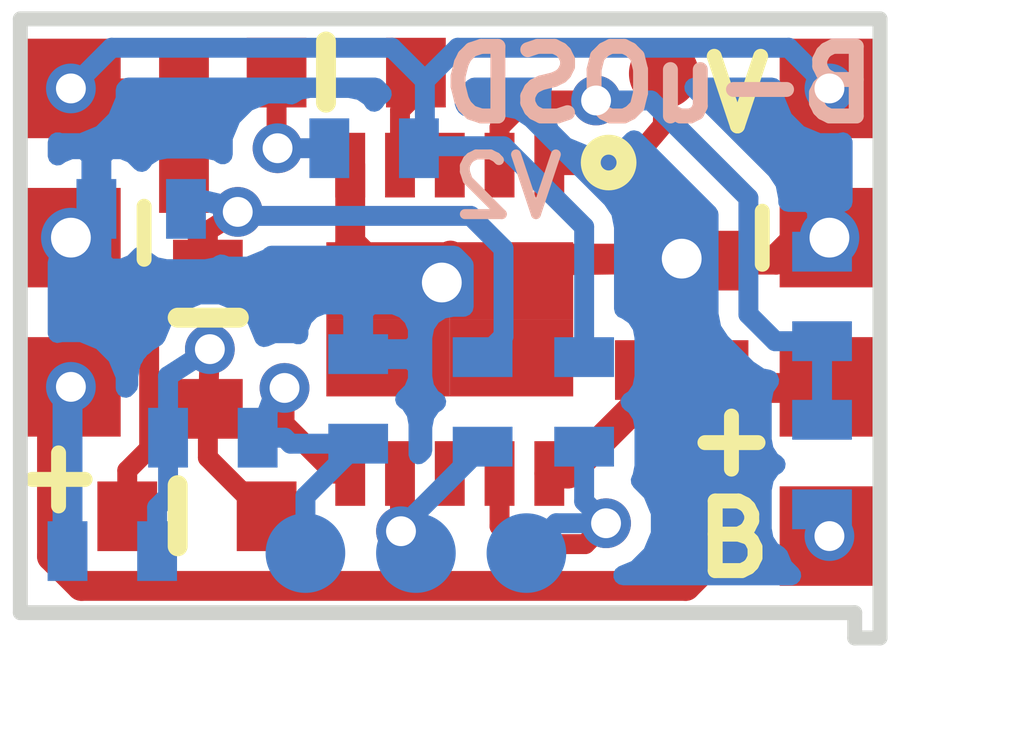
<source format=kicad_pcb>
(kicad_pcb (version 4) (host pcbnew 4.0.7)

  (general
    (links 40)
    (no_connects 2)
    (area 143.180999 110.414999 151.967001 116.788001)
    (thickness 0.8)
    (drawings 18)
    (tracks 150)
    (zones 0)
    (modules 22)
    (nets 14)
  )

  (page A4)
  (layers
    (0 F.Cu signal)
    (31 B.Cu signal)
    (32 B.Adhes user)
    (33 F.Adhes user)
    (34 B.Paste user)
    (35 F.Paste user)
    (36 B.SilkS user)
    (37 F.SilkS user)
    (38 B.Mask user)
    (39 F.Mask user)
    (40 Dwgs.User user)
    (41 Cmts.User user)
    (42 Eco1.User user)
    (43 Eco2.User user)
    (44 Edge.Cuts user)
    (45 Margin user)
    (46 B.CrtYd user hide)
    (47 F.CrtYd user hide)
    (48 B.Fab user hide)
    (49 F.Fab user hide)
  )

  (setup
    (last_trace_width 0.2)
    (user_trace_width 0.2)
    (trace_clearance 0.13)
    (zone_clearance 0.2)
    (zone_45_only no)
    (trace_min 0.13)
    (segment_width 0.2)
    (edge_width 0.15)
    (via_size 0.5)
    (via_drill 0.3)
    (via_min_size 0.4)
    (via_min_drill 0.3)
    (uvia_size 0.3)
    (uvia_drill 0.1)
    (uvias_allowed no)
    (uvia_min_size 0.2)
    (uvia_min_drill 0.1)
    (pcb_text_width 0.3)
    (pcb_text_size 1.5 1.5)
    (mod_edge_width 0.15)
    (mod_text_size 1 1)
    (mod_text_width 0.15)
    (pad_size 0.775 1.24)
    (pad_drill 0)
    (pad_to_mask_clearance 0.08)
    (aux_axis_origin 0 0)
    (visible_elements 7FFEFE7F)
    (pcbplotparams
      (layerselection 0x00030_80000001)
      (usegerberextensions false)
      (excludeedgelayer true)
      (linewidth 0.100000)
      (plotframeref false)
      (viasonmask false)
      (mode 1)
      (useauxorigin false)
      (hpglpennumber 1)
      (hpglpenspeed 20)
      (hpglpendiameter 15)
      (hpglpenoverlay 2)
      (psnegative false)
      (psa4output false)
      (plotreference true)
      (plotvalue true)
      (plotinvisibletext false)
      (padsonsilk false)
      (subtractmaskfromsilk false)
      (outputformat 1)
      (mirror false)
      (drillshape 1)
      (scaleselection 1)
      (outputdirectory ""))
  )

  (net 0 "")
  (net 1 GND)
  (net 2 VCC)
  (net 3 "Net-(C2-Pad1)")
  (net 4 VIDEO)
  (net 5 "Net-(D1-Pad1)")
  (net 6 "Net-(D1-Pad2)")
  (net 7 +BATT)
  (net 8 "Net-(R3-Pad2)")
  (net 9 "Net-(J3-Pad1)")
  (net 10 "Net-(J5-Pad1)")
  (net 11 "Net-(D2-Pad2)")
  (net 12 "Net-(J6-Pad1)")
  (net 13 "Net-(J4-Pad1)")

  (net_class Default "This is the default net class."
    (clearance 0.13)
    (trace_width 0.2)
    (via_dia 0.5)
    (via_drill 0.3)
    (uvia_dia 0.3)
    (uvia_drill 0.1)
    (add_net +BATT)
    (add_net "Net-(C2-Pad1)")
    (add_net "Net-(D1-Pad1)")
    (add_net "Net-(D1-Pad2)")
    (add_net "Net-(D2-Pad2)")
    (add_net "Net-(J4-Pad1)")
    (add_net "Net-(J6-Pad1)")
  )

  (net_class GND ""
    (clearance 0.12)
    (trace_width 0.3)
    (via_dia 0.6)
    (via_drill 0.4)
    (uvia_dia 0.3)
    (uvia_drill 0.1)
    (add_net GND)
  )

  (net_class ProgLine ""
    (clearance 0.13)
    (trace_width 0.2)
    (via_dia 0.5)
    (via_drill 0.3)
    (uvia_dia 0.3)
    (uvia_drill 0.1)
    (add_net "Net-(J3-Pad1)")
    (add_net "Net-(J5-Pad1)")
  )

  (net_class Thin ""
    (clearance 0.13)
    (trace_width 0.2)
    (via_dia 0.5)
    (via_drill 0.3)
    (uvia_dia 0.3)
    (uvia_drill 0.1)
    (add_net "Net-(R3-Pad2)")
    (add_net VIDEO)
  )

  (net_class VCC ""
    (clearance 0.13)
    (trace_width 0.3)
    (via_dia 0.5)
    (via_drill 0.3)
    (uvia_dia 0.3)
    (uvia_drill 0.1)
    (add_net VCC)
  )

  (module Diodes_SMD:D_SOD-523 (layer F.Cu) (tedit 5A1D7AC5) (tstamp 5A1D5D91)
    (at 145.03 115.49)
    (descr "http://www.diodes.com/datasheets/ap02001.pdf p.144")
    (tags "Diode SOD523")
    (path /5A1D5CBB)
    (attr smd)
    (fp_text reference D3 (at 0 -1.3) (layer F.SilkS) hide
      (effects (font (size 1 1) (thickness 0.15)))
    )
    (fp_text value 1N4148WT (at 0 1.4) (layer F.Fab)
      (effects (font (size 1 1) (thickness 0.15)))
    )
    (fp_line (start 1.25 -0.7) (end 1.25 0.7) (layer F.CrtYd) (width 0.05))
    (fp_line (start -1.25 -0.7) (end 1.25 -0.7) (layer F.CrtYd) (width 0.05))
    (fp_line (start -1.25 0.7) (end -1.25 -0.7) (layer F.CrtYd) (width 0.05))
    (fp_line (start 1.25 0.7) (end -1.25 0.7) (layer F.CrtYd) (width 0.05))
    (fp_line (start 0.1 0) (end 0.25 0) (layer F.Fab) (width 0.1))
    (fp_line (start 0.1 -0.2) (end -0.2 0) (layer F.Fab) (width 0.1))
    (fp_line (start 0.1 0.2) (end 0.1 -0.2) (layer F.Fab) (width 0.1))
    (fp_line (start -0.2 0) (end 0.1 0.2) (layer F.Fab) (width 0.1))
    (fp_line (start -0.2 0) (end -0.35 0) (layer F.Fab) (width 0.1))
    (fp_line (start -0.2 0.2) (end -0.2 -0.2) (layer F.Fab) (width 0.1))
    (fp_line (start 0.65 -0.45) (end 0.65 0.45) (layer F.Fab) (width 0.1))
    (fp_line (start -0.65 -0.45) (end 0.65 -0.45) (layer F.Fab) (width 0.1))
    (fp_line (start -0.65 0.45) (end -0.65 -0.45) (layer F.Fab) (width 0.1))
    (fp_line (start 0.65 0.45) (end -0.65 0.45) (layer F.Fab) (width 0.1))
    (pad 2 smd rect (at 0.7 0 180) (size 0.6 0.7) (layers F.Cu F.Paste F.Mask)
      (net 11 "Net-(D2-Pad2)"))
    (pad 1 smd rect (at -0.7 0 180) (size 0.6 0.7) (layers F.Cu F.Paste F.Mask)
      (net 1 GND))
    (model ${KISYS3DMOD}/Diodes_SMD.3dshapes/D_SOD-523.wrl
      (at (xyz 0 0 0))
      (scale (xyz 1 1 1))
      (rotate (xyz 0 0 0))
    )
  )

  (module Diodes_SMD:D_SOD-523 (layer F.Cu) (tedit 5A1D7AB4) (tstamp 5A1D5D79)
    (at 145.14 113.71 270)
    (descr "http://www.diodes.com/datasheets/ap02001.pdf p.144")
    (tags "Diode SOD523")
    (path /5A1D5B6A)
    (attr smd)
    (fp_text reference D2 (at 0 -1.3 270) (layer F.SilkS) hide
      (effects (font (size 1 1) (thickness 0.15)))
    )
    (fp_text value 1N4148WT (at 0 1.4 270) (layer F.Fab)
      (effects (font (size 1 1) (thickness 0.15)))
    )
    (fp_line (start 1.25 -0.7) (end 1.25 0.7) (layer F.CrtYd) (width 0.05))
    (fp_line (start -1.25 -0.7) (end 1.25 -0.7) (layer F.CrtYd) (width 0.05))
    (fp_line (start -1.25 0.7) (end -1.25 -0.7) (layer F.CrtYd) (width 0.05))
    (fp_line (start 1.25 0.7) (end -1.25 0.7) (layer F.CrtYd) (width 0.05))
    (fp_line (start 0.1 0) (end 0.25 0) (layer F.Fab) (width 0.1))
    (fp_line (start 0.1 -0.2) (end -0.2 0) (layer F.Fab) (width 0.1))
    (fp_line (start 0.1 0.2) (end 0.1 -0.2) (layer F.Fab) (width 0.1))
    (fp_line (start -0.2 0) (end 0.1 0.2) (layer F.Fab) (width 0.1))
    (fp_line (start -0.2 0) (end -0.35 0) (layer F.Fab) (width 0.1))
    (fp_line (start -0.2 0.2) (end -0.2 -0.2) (layer F.Fab) (width 0.1))
    (fp_line (start 0.65 -0.45) (end 0.65 0.45) (layer F.Fab) (width 0.1))
    (fp_line (start -0.65 -0.45) (end 0.65 -0.45) (layer F.Fab) (width 0.1))
    (fp_line (start -0.65 0.45) (end -0.65 -0.45) (layer F.Fab) (width 0.1))
    (fp_line (start 0.65 0.45) (end -0.65 0.45) (layer F.Fab) (width 0.1))
    (pad 2 smd rect (at 0.7 0 90) (size 0.6 0.7) (layers F.Cu F.Paste F.Mask)
      (net 11 "Net-(D2-Pad2)"))
    (pad 1 smd rect (at -0.7 0 90) (size 0.6 0.7) (layers F.Cu F.Paste F.Mask)
      (net 3 "Net-(C2-Pad1)"))
    (model ${KISYS3DMOD}/Diodes_SMD.3dshapes/D_SOD-523.wrl
      (at (xyz 0 0 0))
      (scale (xyz 1 1 1))
      (rotate (xyz 0 0 0))
    )
  )

  (module .pretty:4pin_SMD_small (layer F.Cu) (tedit 5A1D67AF) (tstamp 5931280F)
    (at 143.764 115.189 90)
    (path /593152FB)
    (fp_text reference J2 (at 1.27 2.54 90) (layer F.SilkS) hide
      (effects (font (size 1 1) (thickness 0.15)))
    )
    (fp_text value VTX (at 1.27 -2.54 90) (layer F.Fab) hide
      (effects (font (size 1 1) (thickness 0.15)))
    )
    (pad 4 smd rect (at 4 0 90) (size 1 1) (layers F.Cu F.Paste F.Mask)
      (net 4 VIDEO))
    (pad 3 smd rect (at 2.5 0 90) (size 1 1) (layers F.Cu F.Paste F.Mask)
      (net 1 GND))
    (pad 2 smd rect (at 1 0 90) (size 1 1) (layers F.Cu F.Paste F.Mask)
      (net 2 VCC))
  )

  (module .pretty:Prog_pad (layer B.Cu) (tedit 5A1D66EF) (tstamp 5A1D5D96)
    (at 146.12 115.86)
    (path /5A1D7CD1)
    (fp_text reference J6 (at 0.75 -1.5) (layer B.SilkS) hide
      (effects (font (size 1 1) (thickness 0.15)) (justify mirror))
    )
    (fp_text value MOSI (at 0 1.75) (layer B.Fab) hide
      (effects (font (size 1 1) (thickness 0.15)) (justify mirror))
    )
    (pad 1 smd circle (at 0 0) (size 0.8 0.8) (layers B.Cu B.Paste B.Mask)
      (net 12 "Net-(J6-Pad1)"))
  )

  (module D_SOD-523 (layer F.Cu) (tedit 59317AB2) (tstamp 593127FF)
    (at 146.53 111.03)
    (descr "http://www.diodes.com/datasheets/ap02001.pdf p.144")
    (tags "Diode SOD523")
    (path /593139FC)
    (attr smd)
    (fp_text reference D1 (at 0 -1.3) (layer F.SilkS) hide
      (effects (font (size 1 1) (thickness 0.15)))
    )
    (fp_text value 1N4148WT (at 0 1.4) (layer F.Fab)
      (effects (font (size 1 1) (thickness 0.15)))
    )
    (fp_text user %R (at 0 -1.3) (layer F.Fab) hide
      (effects (font (size 1 1) (thickness 0.15)))
    )
    (fp_line (start 1.25 -0.7) (end 1.25 0.7) (layer F.CrtYd) (width 0.05))
    (fp_line (start -1.25 -0.7) (end 1.25 -0.7) (layer F.CrtYd) (width 0.05))
    (fp_line (start -1.25 0.7) (end -1.25 -0.7) (layer F.CrtYd) (width 0.05))
    (fp_line (start 1.25 0.7) (end -1.25 0.7) (layer F.CrtYd) (width 0.05))
    (fp_line (start 0.1 0) (end 0.25 0) (layer F.Fab) (width 0.1))
    (fp_line (start 0.1 -0.2) (end -0.2 0) (layer F.Fab) (width 0.1))
    (fp_line (start 0.1 0.2) (end 0.1 -0.2) (layer F.Fab) (width 0.1))
    (fp_line (start -0.2 0) (end 0.1 0.2) (layer F.Fab) (width 0.1))
    (fp_line (start -0.2 0) (end -0.35 0) (layer F.Fab) (width 0.1))
    (fp_line (start -0.2 0.2) (end -0.2 -0.2) (layer F.Fab) (width 0.1))
    (fp_line (start 0.65 -0.45) (end 0.65 0.45) (layer F.Fab) (width 0.1))
    (fp_line (start -0.65 -0.45) (end 0.65 -0.45) (layer F.Fab) (width 0.1))
    (fp_line (start -0.65 0.45) (end -0.65 -0.45) (layer F.Fab) (width 0.1))
    (fp_line (start 0.65 0.45) (end -0.65 0.45) (layer F.Fab) (width 0.1))
    (pad 2 smd rect (at 0.7 0 180) (size 0.6 0.7) (layers F.Cu F.Paste F.Mask)
      (net 6 "Net-(D1-Pad2)"))
    (pad 1 smd rect (at -0.7 0 180) (size 0.6 0.7) (layers F.Cu F.Paste F.Mask)
      (net 5 "Net-(D1-Pad1)"))
    (model ${KISYS3DMOD}/Diodes_SMD.3dshapes/D_SOD-523.wrl
      (at (xyz 0 0 0))
      (scale (xyz 1 1 1))
      (rotate (xyz 0 0 0))
    )
  )

  (module DFN-10-1EP_3x3mm_Pitch0.5mm (layer F.Cu) (tedit 5A1D6318) (tstamp 593128AB)
    (at 147.57 113.51 270)
    (descr "10-Lead Plastic Dual Flat, No Lead Package (MF) - 3x3x0.9 mm Body [DFN] (see Microchip Packaging Specification 00000049BS.pdf)")
    (tags "DFN 0.5")
    (path /593115E4)
    (attr smd)
    (fp_text reference U2 (at 0 -2.575 270) (layer F.SilkS) hide
      (effects (font (size 1 1) (thickness 0.15)))
    )
    (fp_text value ATTINY13A-MMU (at 0 2.575 270) (layer F.Fab)
      (effects (font (size 1 1) (thickness 0.15)))
    )
    (fp_line (start -0.5 -1.5) (end 1.5 -1.5) (layer F.Fab) (width 0.15))
    (fp_line (start 1.5 -1.5) (end 1.5 1.5) (layer F.Fab) (width 0.15))
    (fp_line (start 1.5 1.5) (end -1.5 1.5) (layer F.Fab) (width 0.15))
    (fp_line (start -1.5 1.5) (end -1.5 -0.5) (layer F.Fab) (width 0.15))
    (fp_line (start -1.5 -0.5) (end -0.5 -1.5) (layer F.Fab) (width 0.15))
    (fp_line (start -2.15 -1.85) (end -2.15 1.85) (layer F.CrtYd) (width 0.05))
    (fp_line (start 2.15 -1.85) (end 2.15 1.85) (layer F.CrtYd) (width 0.05))
    (fp_line (start -2.15 -1.85) (end 2.15 -1.85) (layer F.CrtYd) (width 0.05))
    (fp_line (start -2.15 1.85) (end 2.15 1.85) (layer F.CrtYd) (width 0.05))
    (pad 1 smd rect (at -1.55 -1 270) (size 0.65 0.3) (layers F.Cu F.Paste F.Mask)
      (net 9 "Net-(J3-Pad1)"))
    (pad 2 smd rect (at -1.55 -0.5 270) (size 0.65 0.3) (layers F.Cu F.Paste F.Mask)
      (net 8 "Net-(R3-Pad2)"))
    (pad 3 smd rect (at -1.55 0 270) (size 0.65 0.3) (layers F.Cu F.Paste F.Mask))
    (pad 4 smd rect (at -1.55 0.5 270) (size 0.65 0.3) (layers F.Cu F.Paste F.Mask)
      (net 6 "Net-(D1-Pad2)"))
    (pad 5 smd rect (at -1.55 1 270) (size 0.65 0.3) (layers F.Cu F.Paste F.Mask)
      (net 1 GND))
    (pad 6 smd rect (at 1.55 1 270) (size 0.65 0.3) (layers F.Cu F.Paste F.Mask)
      (net 12 "Net-(J6-Pad1)"))
    (pad 7 smd rect (at 1.55 0.5 270) (size 0.65 0.3) (layers F.Cu F.Paste F.Mask)
      (net 13 "Net-(J4-Pad1)"))
    (pad 8 smd rect (at 1.55 0 270) (size 0.65 0.3) (layers F.Cu F.Paste F.Mask))
    (pad 9 smd rect (at 1.55 -0.5 270) (size 0.65 0.3) (layers F.Cu F.Paste F.Mask)
      (net 10 "Net-(J5-Pad1)"))
    (pad 10 smd rect (at 1.55 -1 270) (size 0.65 0.3) (layers F.Cu F.Paste F.Mask)
      (net 2 VCC))
    (pad 5 smd rect (at 0.3875 0.62 270) (size 0.775 1.24) (layers F.Cu F.Paste F.Mask)
      (net 1 GND) (solder_paste_margin_ratio -0.2))
    (pad 5 smd rect (at 0.3875 -0.62 270) (size 0.775 1.24) (layers F.Cu F.Paste F.Mask)
      (net 1 GND) (solder_paste_margin_ratio -0.2))
    (pad 5 smd rect (at -0.3875 0.62 270) (size 0.775 1.24) (layers F.Cu F.Paste F.Mask)
      (net 1 GND) (solder_paste_margin_ratio -0.2))
    (pad 5 smd rect (at -0.3875 -0.62 270) (size 0.775 1.24) (layers F.Cu F.Paste F.Mask)
      (net 1 GND) (solder_paste_margin_ratio -0.2))
    (model Housings_DFN_QFN.3dshapes/DFN-10-1EP_3x3mm_Pitch0.5mm.wrl
      (at (xyz 0 0 0))
      (scale (xyz 1 1 1))
      (rotate (xyz 0 0 0))
    )
  )

  (module 4pin_SMD_small (layer F.Cu) (tedit 5931896A) (tstamp 59312807)
    (at 151.384 115.189 90)
    (path /59315140)
    (fp_text reference J1 (at 1.27 2.54 90) (layer F.SilkS) hide
      (effects (font (size 1 1) (thickness 0.15)))
    )
    (fp_text value Camera (at 1.27 -2.54 90) (layer F.Fab) hide
      (effects (font (size 1 1) (thickness 0.15)))
    )
    (pad 4 smd rect (at 4 0 90) (size 1 1) (layers F.Cu F.Paste F.Mask)
      (net 4 VIDEO))
    (pad 3 smd rect (at 2.5 0 90) (size 1 1) (layers F.Cu F.Paste F.Mask)
      (net 1 GND))
    (pad 2 smd rect (at 1 0 90) (size 1 1) (layers F.Cu F.Paste F.Mask)
      (net 2 VCC))
    (pad 1 smd rect (at -0.5 0 90) (size 1 1) (layers F.Cu F.Paste F.Mask)
      (net 7 +BATT))
  )

  (module Prog_pad (layer F.Cu) (tedit 5938F6E1) (tstamp 593178F5)
    (at 149.72 111.04)
    (path /5931B806)
    (fp_text reference J3 (at 0.75 1.5) (layer F.SilkS) hide
      (effects (font (size 1 1) (thickness 0.15)))
    )
    (fp_text value RST (at 0 -1.75) (layer F.Fab) hide
      (effects (font (size 1 1) (thickness 0.15)))
    )
    (pad 1 smd circle (at 0 0) (size 0.7 0.7) (layers F.Cu F.Paste F.Mask)
      (net 9 "Net-(J3-Pad1)") (solder_mask_margin 0.02))
  )

  (module Capacitors_SMD:C_0402_NoSilk (layer F.Cu) (tedit 59314D84) (tstamp 593127C6)
    (at 144.9 111.59 90)
    (descr "Capacitor SMD 0402, reflow soldering, AVX (see smccp.pdf)")
    (tags "capacitor 0402")
    (path /593126E9)
    (attr smd)
    (fp_text reference C2 (at 0 -1.27 90) (layer F.SilkS) hide
      (effects (font (size 1 1) (thickness 0.15)))
    )
    (fp_text value 100n (at 0 1.27 90) (layer F.Fab) hide
      (effects (font (size 1 1) (thickness 0.15)))
    )
    (fp_text user %R (at 0 -1.27 90) (layer F.Fab) hide
      (effects (font (size 1 1) (thickness 0.15)))
    )
    (fp_line (start -0.5 0.25) (end -0.5 -0.25) (layer F.Fab) (width 0.1))
    (fp_line (start 0.5 0.25) (end -0.5 0.25) (layer F.Fab) (width 0.1))
    (fp_line (start 0.5 -0.25) (end 0.5 0.25) (layer F.Fab) (width 0.1))
    (fp_line (start -0.5 -0.25) (end 0.5 -0.25) (layer F.Fab) (width 0.1))
    (fp_line (start -1 -0.4) (end 1 -0.4) (layer F.CrtYd) (width 0.05))
    (fp_line (start -1 -0.4) (end -1 0.4) (layer F.CrtYd) (width 0.05))
    (fp_line (start 1 0.4) (end 1 -0.4) (layer F.CrtYd) (width 0.05))
    (fp_line (start 1 0.4) (end -1 0.4) (layer F.CrtYd) (width 0.05))
    (pad 1 smd rect (at -0.55 0 90) (size 0.6 0.5) (layers F.Cu F.Paste F.Mask)
      (net 3 "Net-(C2-Pad1)"))
    (pad 2 smd rect (at 0.55 0 90) (size 0.6 0.5) (layers F.Cu F.Paste F.Mask)
      (net 4 VIDEO))
    (model Capacitors_SMD.3dshapes/C_0402.wrl
      (at (xyz 0 0 0))
      (scale (xyz 1 1 1))
      (rotate (xyz 0 0 0))
    )
  )

  (module Capacitors_SMD:C_0402_NoSilk (layer F.Cu) (tedit 59316C49) (tstamp 593127E6)
    (at 150.32 113.47 90)
    (descr "Capacitor SMD 0402, reflow soldering, AVX (see smccp.pdf)")
    (tags "capacitor 0402")
    (path /59317458)
    (attr smd)
    (fp_text reference C4 (at 0 -1.27 90) (layer F.SilkS) hide
      (effects (font (size 1 1) (thickness 0.15)))
    )
    (fp_text value 100n (at 0 1.27 90) (layer F.Fab)
      (effects (font (size 1 1) (thickness 0.15)))
    )
    (fp_text user %R (at 0 -1.27 90) (layer F.Fab)
      (effects (font (size 1 1) (thickness 0.15)))
    )
    (fp_line (start -0.5 0.25) (end -0.5 -0.25) (layer F.Fab) (width 0.1))
    (fp_line (start 0.5 0.25) (end -0.5 0.25) (layer F.Fab) (width 0.1))
    (fp_line (start 0.5 -0.25) (end 0.5 0.25) (layer F.Fab) (width 0.1))
    (fp_line (start -0.5 -0.25) (end 0.5 -0.25) (layer F.Fab) (width 0.1))
    (fp_line (start -1 -0.4) (end 1 -0.4) (layer F.CrtYd) (width 0.05))
    (fp_line (start -1 -0.4) (end -1 0.4) (layer F.CrtYd) (width 0.05))
    (fp_line (start 1 0.4) (end 1 -0.4) (layer F.CrtYd) (width 0.05))
    (fp_line (start 1 0.4) (end -1 0.4) (layer F.CrtYd) (width 0.05))
    (pad 1 smd rect (at -0.55 0 90) (size 0.6 0.5) (layers F.Cu F.Paste F.Mask)
      (net 2 VCC))
    (pad 2 smd rect (at 0.55 0 90) (size 0.6 0.5) (layers F.Cu F.Paste F.Mask)
      (net 1 GND))
    (model Capacitors_SMD.3dshapes/C_0402.wrl
      (at (xyz 0 0 0))
      (scale (xyz 1 1 1))
      (rotate (xyz 0 0 0))
    )
  )

  (module Resistors_SMD:R_0402_NoSilk (layer B.Cu) (tedit 59314DA3) (tstamp 5931281E)
    (at 148.92 114.34 270)
    (descr "Resistor SMD 0402, reflow soldering, Vishay (see dcrcw.pdf)")
    (tags "resistor 0402")
    (path /5A1D8150)
    (attr smd)
    (fp_text reference R1 (at 0 1.2 270) (layer B.SilkS) hide
      (effects (font (size 1 1) (thickness 0.15)) (justify mirror))
    )
    (fp_text value 220 (at 0 -1.25 270) (layer B.Fab) hide
      (effects (font (size 1 1) (thickness 0.15)) (justify mirror))
    )
    (fp_text user %R (at 0 1.2 270) (layer B.Fab) hide
      (effects (font (size 1 1) (thickness 0.15)) (justify mirror))
    )
    (fp_line (start -0.5 -0.25) (end -0.5 0.25) (layer B.Fab) (width 0.1))
    (fp_line (start 0.5 -0.25) (end -0.5 -0.25) (layer B.Fab) (width 0.1))
    (fp_line (start 0.5 0.25) (end 0.5 -0.25) (layer B.Fab) (width 0.1))
    (fp_line (start -0.5 0.25) (end 0.5 0.25) (layer B.Fab) (width 0.1))
    (fp_line (start -0.8 0.45) (end 0.8 0.45) (layer B.CrtYd) (width 0.05))
    (fp_line (start -0.8 0.45) (end -0.8 -0.45) (layer B.CrtYd) (width 0.05))
    (fp_line (start 0.8 -0.45) (end 0.8 0.45) (layer B.CrtYd) (width 0.05))
    (fp_line (start 0.8 -0.45) (end -0.8 -0.45) (layer B.CrtYd) (width 0.05))
    (pad 1 smd rect (at -0.45 0 270) (size 0.4 0.6) (layers B.Cu B.Paste B.Mask)
      (net 4 VIDEO))
    (pad 2 smd rect (at 0.45 0 270) (size 0.4 0.6) (layers B.Cu B.Paste B.Mask)
      (net 10 "Net-(J5-Pad1)"))
    (model ${KISYS3DMOD}/Resistors_SMD.3dshapes/R_0402.wrl
      (at (xyz 0 0 0))
      (scale (xyz 1 1 1))
      (rotate (xyz 0 0 0))
    )
  )

  (module Resistors_SMD:R_0402_NoSilk (layer B.Cu) (tedit 597EF9EE) (tstamp 5931282D)
    (at 146.81 111.79)
    (descr "Resistor SMD 0402, reflow soldering, Vishay (see dcrcw.pdf)")
    (tags "resistor 0402")
    (path /59313E97)
    (attr smd)
    (fp_text reference R2 (at 0 1.2) (layer B.SilkS) hide
      (effects (font (size 1 1) (thickness 0.15)) (justify mirror))
    )
    (fp_text value 220 (at 0 -1.25) (layer B.Fab) hide
      (effects (font (size 1 1) (thickness 0.15)) (justify mirror))
    )
    (fp_text user %R (at 0 1.2) (layer B.Fab) hide
      (effects (font (size 1 1) (thickness 0.15)) (justify mirror))
    )
    (fp_line (start -0.5 -0.25) (end -0.5 0.25) (layer B.Fab) (width 0.1))
    (fp_line (start 0.5 -0.25) (end -0.5 -0.25) (layer B.Fab) (width 0.1))
    (fp_line (start 0.5 0.25) (end 0.5 -0.25) (layer B.Fab) (width 0.1))
    (fp_line (start -0.5 0.25) (end 0.5 0.25) (layer B.Fab) (width 0.1))
    (fp_line (start -0.8 0.45) (end 0.8 0.45) (layer B.CrtYd) (width 0.05))
    (fp_line (start -0.8 0.45) (end -0.8 -0.45) (layer B.CrtYd) (width 0.05))
    (fp_line (start 0.8 -0.45) (end 0.8 0.45) (layer B.CrtYd) (width 0.05))
    (fp_line (start 0.8 -0.45) (end -0.8 -0.45) (layer B.CrtYd) (width 0.05))
    (pad 1 smd rect (at -0.45 0) (size 0.4 0.6) (layers B.Cu B.Paste B.Mask)
      (net 5 "Net-(D1-Pad1)"))
    (pad 2 smd rect (at 0.45 0) (size 0.4 0.6) (layers B.Cu B.Paste B.Mask)
      (net 4 VIDEO))
    (model ${KISYS3DMOD}/Resistors_SMD.3dshapes/R_0402.wrl
      (at (xyz 0 0 0))
      (scale (xyz 1 1 1))
      (rotate (xyz 0 0 0))
    )
  )

  (module Resistors_SMD:R_0402_NoSilk (layer B.Cu) (tedit 59316C65) (tstamp 5931283C)
    (at 151.31 114.97 90)
    (descr "Resistor SMD 0402, reflow soldering, Vishay (see dcrcw.pdf)")
    (tags "resistor 0402")
    (path /5931457B)
    (attr smd)
    (fp_text reference R3 (at 0 1.2 90) (layer B.SilkS) hide
      (effects (font (size 1 1) (thickness 0.15)) (justify mirror))
    )
    (fp_text value 15K (at 0 -1.25 90) (layer B.Fab)
      (effects (font (size 1 1) (thickness 0.15)) (justify mirror))
    )
    (fp_text user %R (at 0 1.2 90) (layer B.Fab)
      (effects (font (size 1 1) (thickness 0.15)) (justify mirror))
    )
    (fp_line (start -0.5 -0.25) (end -0.5 0.25) (layer B.Fab) (width 0.1))
    (fp_line (start 0.5 -0.25) (end -0.5 -0.25) (layer B.Fab) (width 0.1))
    (fp_line (start 0.5 0.25) (end 0.5 -0.25) (layer B.Fab) (width 0.1))
    (fp_line (start -0.5 0.25) (end 0.5 0.25) (layer B.Fab) (width 0.1))
    (fp_line (start -0.8 0.45) (end 0.8 0.45) (layer B.CrtYd) (width 0.05))
    (fp_line (start -0.8 0.45) (end -0.8 -0.45) (layer B.CrtYd) (width 0.05))
    (fp_line (start 0.8 -0.45) (end 0.8 0.45) (layer B.CrtYd) (width 0.05))
    (fp_line (start 0.8 -0.45) (end -0.8 -0.45) (layer B.CrtYd) (width 0.05))
    (pad 1 smd rect (at -0.45 0 90) (size 0.4 0.6) (layers B.Cu B.Paste B.Mask)
      (net 7 +BATT))
    (pad 2 smd rect (at 0.45 0 90) (size 0.4 0.6) (layers B.Cu B.Paste B.Mask)
      (net 8 "Net-(R3-Pad2)"))
    (model ${KISYS3DMOD}/Resistors_SMD.3dshapes/R_0402.wrl
      (at (xyz 0 0 0))
      (scale (xyz 1 1 1))
      (rotate (xyz 0 0 0))
    )
  )

  (module Resistors_SMD:R_0402_NoSilk (layer B.Cu) (tedit 59316C5A) (tstamp 5931284B)
    (at 151.31 113.28 90)
    (descr "Resistor SMD 0402, reflow soldering, Vishay (see dcrcw.pdf)")
    (tags "resistor 0402")
    (path /59314710)
    (attr smd)
    (fp_text reference R4 (at 0 1.2 90) (layer B.SilkS) hide
      (effects (font (size 1 1) (thickness 0.15)) (justify mirror))
    )
    (fp_text value 1K (at 0 -1.25 90) (layer B.Fab)
      (effects (font (size 1 1) (thickness 0.15)) (justify mirror))
    )
    (fp_text user %R (at 0 1.2 90) (layer B.Fab)
      (effects (font (size 1 1) (thickness 0.15)) (justify mirror))
    )
    (fp_line (start -0.5 -0.25) (end -0.5 0.25) (layer B.Fab) (width 0.1))
    (fp_line (start 0.5 -0.25) (end -0.5 -0.25) (layer B.Fab) (width 0.1))
    (fp_line (start 0.5 0.25) (end 0.5 -0.25) (layer B.Fab) (width 0.1))
    (fp_line (start -0.5 0.25) (end 0.5 0.25) (layer B.Fab) (width 0.1))
    (fp_line (start -0.8 0.45) (end 0.8 0.45) (layer B.CrtYd) (width 0.05))
    (fp_line (start -0.8 0.45) (end -0.8 -0.45) (layer B.CrtYd) (width 0.05))
    (fp_line (start 0.8 -0.45) (end 0.8 0.45) (layer B.CrtYd) (width 0.05))
    (fp_line (start 0.8 -0.45) (end -0.8 -0.45) (layer B.CrtYd) (width 0.05))
    (pad 1 smd rect (at -0.45 0 90) (size 0.4 0.6) (layers B.Cu B.Paste B.Mask)
      (net 8 "Net-(R3-Pad2)"))
    (pad 2 smd rect (at 0.45 0 90) (size 0.4 0.6) (layers B.Cu B.Paste B.Mask)
      (net 1 GND))
    (model ${KISYS3DMOD}/Resistors_SMD.3dshapes/R_0402.wrl
      (at (xyz 0 0 0))
      (scale (xyz 1 1 1))
      (rotate (xyz 0 0 0))
    )
  )

  (module Resistors_SMD:R_0402_NoSilk (layer B.Cu) (tedit 597EF9D9) (tstamp 59312869)
    (at 144.18 115.84)
    (descr "Resistor SMD 0402, reflow soldering, Vishay (see dcrcw.pdf)")
    (tags "resistor 0402")
    (path /5A1D5F83)
    (attr smd)
    (fp_text reference R6 (at 0 1.2) (layer B.SilkS) hide
      (effects (font (size 1 1) (thickness 0.15)) (justify mirror))
    )
    (fp_text value 10K (at 0 -1.25) (layer B.Fab)
      (effects (font (size 1 1) (thickness 0.15)) (justify mirror))
    )
    (fp_text user %R (at 0 1.2) (layer B.Fab)
      (effects (font (size 1 1) (thickness 0.15)) (justify mirror))
    )
    (fp_line (start -0.5 -0.25) (end -0.5 0.25) (layer B.Fab) (width 0.1))
    (fp_line (start 0.5 -0.25) (end -0.5 -0.25) (layer B.Fab) (width 0.1))
    (fp_line (start 0.5 0.25) (end 0.5 -0.25) (layer B.Fab) (width 0.1))
    (fp_line (start -0.5 0.25) (end 0.5 0.25) (layer B.Fab) (width 0.1))
    (fp_line (start -0.8 0.45) (end 0.8 0.45) (layer B.CrtYd) (width 0.05))
    (fp_line (start -0.8 0.45) (end -0.8 -0.45) (layer B.CrtYd) (width 0.05))
    (fp_line (start 0.8 -0.45) (end 0.8 0.45) (layer B.CrtYd) (width 0.05))
    (fp_line (start 0.8 -0.45) (end -0.8 -0.45) (layer B.CrtYd) (width 0.05))
    (pad 1 smd rect (at -0.45 0) (size 0.4 0.6) (layers B.Cu B.Paste B.Mask)
      (net 2 VCC))
    (pad 2 smd rect (at 0.45 0) (size 0.4 0.6) (layers B.Cu B.Paste B.Mask)
      (net 11 "Net-(D2-Pad2)"))
    (model ${KISYS3DMOD}/Resistors_SMD.3dshapes/R_0402.wrl
      (at (xyz 0 0 0))
      (scale (xyz 1 1 1))
      (rotate (xyz 0 0 0))
    )
  )

  (module .pretty:Prog_pad (layer B.Cu) (tedit 5938F6D4) (tstamp 59317993)
    (at 147.23 115.86)
    (path /5931C145)
    (fp_text reference J4 (at 0.75 -1.5) (layer B.SilkS) hide
      (effects (font (size 1 1) (thickness 0.15)) (justify mirror))
    )
    (fp_text value MISO (at 0 1.75) (layer B.Fab) hide
      (effects (font (size 1 1) (thickness 0.15)) (justify mirror))
    )
    (pad 1 smd circle (at 0 0) (size 0.8 0.8) (layers B.Cu B.Paste B.Mask)
      (net 13 "Net-(J4-Pad1)") (solder_mask_margin 0.02))
  )

  (module .pretty:Prog_pad (layer B.Cu) (tedit 5938F6D9) (tstamp 59317998)
    (at 148.34 115.86)
    (path /5931BD6C)
    (fp_text reference J5 (at 0.75 -1.5) (layer B.SilkS) hide
      (effects (font (size 1 1) (thickness 0.15)) (justify mirror))
    )
    (fp_text value SCK (at 0 1.75) (layer B.Fab) hide
      (effects (font (size 1 1) (thickness 0.15)) (justify mirror))
    )
    (pad 1 smd circle (at 0 0) (size 0.8 0.8) (layers B.Cu B.Paste B.Mask)
      (net 10 "Net-(J5-Pad1)") (solder_mask_margin 0.02))
  )

  (module Resistors_SMD:R_0402_NoSilk (layer B.Cu) (tedit 597EFA20) (tstamp 5931285A)
    (at 144.47 112.4 180)
    (descr "Resistor SMD 0402, reflow soldering, Vishay (see dcrcw.pdf)")
    (tags "resistor 0402")
    (path /5A1D685C)
    (attr smd)
    (fp_text reference R5 (at 0 1.2 180) (layer B.SilkS) hide
      (effects (font (size 1 1) (thickness 0.15)) (justify mirror))
    )
    (fp_text value 100K (at 0 -1.25 180) (layer B.Fab)
      (effects (font (size 1 1) (thickness 0.15)) (justify mirror))
    )
    (fp_text user %R (at 0 1.2 180) (layer B.Fab)
      (effects (font (size 1 1) (thickness 0.15)) (justify mirror))
    )
    (fp_line (start -0.5 -0.25) (end -0.5 0.25) (layer B.Fab) (width 0.1))
    (fp_line (start 0.5 -0.25) (end -0.5 -0.25) (layer B.Fab) (width 0.1))
    (fp_line (start 0.5 0.25) (end 0.5 -0.25) (layer B.Fab) (width 0.1))
    (fp_line (start -0.5 0.25) (end 0.5 0.25) (layer B.Fab) (width 0.1))
    (fp_line (start -0.8 0.45) (end 0.8 0.45) (layer B.CrtYd) (width 0.05))
    (fp_line (start -0.8 0.45) (end -0.8 -0.45) (layer B.CrtYd) (width 0.05))
    (fp_line (start 0.8 -0.45) (end 0.8 0.45) (layer B.CrtYd) (width 0.05))
    (fp_line (start 0.8 -0.45) (end -0.8 -0.45) (layer B.CrtYd) (width 0.05))
    (pad 1 smd rect (at -0.45 0 180) (size 0.4 0.6) (layers B.Cu B.Paste B.Mask)
      (net 3 "Net-(C2-Pad1)"))
    (pad 2 smd rect (at 0.45 0 180) (size 0.4 0.6) (layers B.Cu B.Paste B.Mask)
      (net 1 GND))
    (model ${KISYS3DMOD}/Resistors_SMD.3dshapes/R_0402.wrl
      (at (xyz 0 0 0))
      (scale (xyz 1 1 1))
      (rotate (xyz 0 0 0))
    )
  )

  (module Resistors_SMD:R_0402_NoSilk (layer B.Cu) (tedit 597EFA02) (tstamp 5938F5C3)
    (at 145.19 114.7)
    (descr "Resistor SMD 0402, reflow soldering, Vishay (see dcrcw.pdf)")
    (tags "resistor 0402")
    (path /5A1D6BE9)
    (attr smd)
    (fp_text reference R7 (at 0 1.2) (layer B.SilkS) hide
      (effects (font (size 1 1) (thickness 0.15)) (justify mirror))
    )
    (fp_text value 90K (at 0 -1.25) (layer B.Fab)
      (effects (font (size 1 1) (thickness 0.15)) (justify mirror))
    )
    (fp_text user %R (at 0 1.2) (layer B.Fab)
      (effects (font (size 1 1) (thickness 0.15)) (justify mirror))
    )
    (fp_line (start -0.5 -0.25) (end -0.5 0.25) (layer B.Fab) (width 0.1))
    (fp_line (start 0.5 -0.25) (end -0.5 -0.25) (layer B.Fab) (width 0.1))
    (fp_line (start 0.5 0.25) (end 0.5 -0.25) (layer B.Fab) (width 0.1))
    (fp_line (start -0.5 0.25) (end 0.5 0.25) (layer B.Fab) (width 0.1))
    (fp_line (start -0.8 0.45) (end 0.8 0.45) (layer B.CrtYd) (width 0.05))
    (fp_line (start -0.8 0.45) (end -0.8 -0.45) (layer B.CrtYd) (width 0.05))
    (fp_line (start 0.8 -0.45) (end 0.8 0.45) (layer B.CrtYd) (width 0.05))
    (fp_line (start 0.8 -0.45) (end -0.8 -0.45) (layer B.CrtYd) (width 0.05))
    (pad 1 smd rect (at -0.45 0) (size 0.4 0.6) (layers B.Cu B.Paste B.Mask)
      (net 11 "Net-(D2-Pad2)"))
    (pad 2 smd rect (at 0.45 0) (size 0.4 0.6) (layers B.Cu B.Paste B.Mask)
      (net 12 "Net-(J6-Pad1)"))
    (model ${KISYS3DMOD}/Resistors_SMD.3dshapes/R_0402.wrl
      (at (xyz 0 0 0))
      (scale (xyz 1 1 1))
      (rotate (xyz 0 0 0))
    )
  )

  (module Resistors_SMD:R_0402_NoSilk (layer B.Cu) (tedit 5A1D6D50) (tstamp 5A1D5DA5)
    (at 146.65 114.31 90)
    (descr "Resistor SMD 0402, reflow soldering, Vishay (see dcrcw.pdf)")
    (tags "resistor 0402")
    (path /5A1D6D28)
    (attr smd)
    (fp_text reference R8 (at 0 1.2 90) (layer B.SilkS) hide
      (effects (font (size 1 1) (thickness 0.15)) (justify mirror))
    )
    (fp_text value 10K (at 0 -1.25 90) (layer B.Fab)
      (effects (font (size 1 1) (thickness 0.15)) (justify mirror))
    )
    (fp_text user %R (at 0 1.2 90) (layer B.Fab)
      (effects (font (size 1 1) (thickness 0.15)) (justify mirror))
    )
    (fp_line (start -0.5 -0.25) (end -0.5 0.25) (layer B.Fab) (width 0.1))
    (fp_line (start 0.5 -0.25) (end -0.5 -0.25) (layer B.Fab) (width 0.1))
    (fp_line (start 0.5 0.25) (end 0.5 -0.25) (layer B.Fab) (width 0.1))
    (fp_line (start -0.5 0.25) (end 0.5 0.25) (layer B.Fab) (width 0.1))
    (fp_line (start -0.8 0.45) (end 0.8 0.45) (layer B.CrtYd) (width 0.05))
    (fp_line (start -0.8 0.45) (end -0.8 -0.45) (layer B.CrtYd) (width 0.05))
    (fp_line (start 0.8 -0.45) (end 0.8 0.45) (layer B.CrtYd) (width 0.05))
    (fp_line (start 0.8 -0.45) (end -0.8 -0.45) (layer B.CrtYd) (width 0.05))
    (pad 1 smd rect (at -0.45 0 90) (size 0.4 0.6) (layers B.Cu B.Paste B.Mask)
      (net 12 "Net-(J6-Pad1)"))
    (pad 2 smd rect (at 0.45 0 90) (size 0.4 0.6) (layers B.Cu B.Paste B.Mask)
      (net 1 GND))
    (model ${KISYS3DMOD}/Resistors_SMD.3dshapes/R_0402.wrl
      (at (xyz 0 0 0))
      (scale (xyz 1 1 1))
      (rotate (xyz 0 0 0))
    )
  )

  (module Capacitors_SMD:C_0402_NoSilk (layer F.Cu) (tedit 5A1D5ECB) (tstamp 5A1D5E76)
    (at 149.48 113.47 90)
    (descr "Capacitor SMD 0402, reflow soldering, AVX (see smccp.pdf)")
    (tags "capacitor 0402")
    (path /5A1D9807)
    (attr smd)
    (fp_text reference C1 (at 0 -1.27 90) (layer F.SilkS) hide
      (effects (font (size 1 1) (thickness 0.15)))
    )
    (fp_text value 10uf (at 0 1.27 90) (layer F.Fab)
      (effects (font (size 1 1) (thickness 0.15)))
    )
    (fp_text user %R (at 0 -1.27 90) (layer F.Fab)
      (effects (font (size 1 1) (thickness 0.15)))
    )
    (fp_line (start -0.5 0.25) (end -0.5 -0.25) (layer F.Fab) (width 0.1))
    (fp_line (start 0.5 0.25) (end -0.5 0.25) (layer F.Fab) (width 0.1))
    (fp_line (start 0.5 -0.25) (end 0.5 0.25) (layer F.Fab) (width 0.1))
    (fp_line (start -0.5 -0.25) (end 0.5 -0.25) (layer F.Fab) (width 0.1))
    (fp_line (start -1 -0.4) (end 1 -0.4) (layer F.CrtYd) (width 0.05))
    (fp_line (start -1 -0.4) (end -1 0.4) (layer F.CrtYd) (width 0.05))
    (fp_line (start 1 0.4) (end 1 -0.4) (layer F.CrtYd) (width 0.05))
    (fp_line (start 1 0.4) (end -1 0.4) (layer F.CrtYd) (width 0.05))
    (pad 1 smd rect (at -0.55 0 90) (size 0.6 0.5) (layers F.Cu F.Paste F.Mask)
      (net 2 VCC))
    (pad 2 smd rect (at 0.55 0 90) (size 0.6 0.5) (layers F.Cu F.Paste F.Mask)
      (net 1 GND))
    (model Capacitors_SMD.3dshapes/C_0402.wrl
      (at (xyz 0 0 0))
      (scale (xyz 1.3 1.3 1.3))
      (rotate (xyz 0 0 0))
    )
  )

  (module Resistors_SMD:R_0402_NoSilk (layer B.Cu) (tedit 5A1D6D29) (tstamp 5A1D6E15)
    (at 147.9 114.34 270)
    (descr "Resistor SMD 0402, reflow soldering, Vishay (see dcrcw.pdf)")
    (tags "resistor 0402")
    (path /5A1DB1D6)
    (attr smd)
    (fp_text reference R9 (at 0 1.2 270) (layer B.SilkS) hide
      (effects (font (size 1 1) (thickness 0.15)) (justify mirror))
    )
    (fp_text value 220 (at 0 -1.25 270) (layer B.Fab)
      (effects (font (size 1 1) (thickness 0.15)) (justify mirror))
    )
    (fp_text user %R (at 0 1.2 270) (layer B.Fab)
      (effects (font (size 1 1) (thickness 0.15)) (justify mirror))
    )
    (fp_line (start -0.5 -0.25) (end -0.5 0.25) (layer B.Fab) (width 0.1))
    (fp_line (start 0.5 -0.25) (end -0.5 -0.25) (layer B.Fab) (width 0.1))
    (fp_line (start 0.5 0.25) (end 0.5 -0.25) (layer B.Fab) (width 0.1))
    (fp_line (start -0.5 0.25) (end 0.5 0.25) (layer B.Fab) (width 0.1))
    (fp_line (start -0.8 0.45) (end 0.8 0.45) (layer B.CrtYd) (width 0.05))
    (fp_line (start -0.8 0.45) (end -0.8 -0.45) (layer B.CrtYd) (width 0.05))
    (fp_line (start 0.8 -0.45) (end 0.8 0.45) (layer B.CrtYd) (width 0.05))
    (fp_line (start 0.8 -0.45) (end -0.8 -0.45) (layer B.CrtYd) (width 0.05))
    (pad 1 smd rect (at -0.45 0 270) (size 0.4 0.6) (layers B.Cu B.Paste B.Mask)
      (net 3 "Net-(C2-Pad1)"))
    (pad 2 smd rect (at 0.45 0 270) (size 0.4 0.6) (layers B.Cu B.Paste B.Mask)
      (net 13 "Net-(J4-Pad1)"))
    (model ${KISYS3DMOD}/Resistors_SMD.3dshapes/R_0402.wrl
      (at (xyz 0 0 0))
      (scale (xyz 1 1 1))
      (rotate (xyz 0 0 0))
    )
  )

  (gr_text - (at 150.66 112.69 90) (layer F.SilkS)
    (effects (font (size 0.7 0.7) (thickness 0.15)))
  )
  (gr_text - (at 144.45 112.64 90) (layer F.SilkS)
    (effects (font (size 0.7 0.7) (thickness 0.15)))
  )
  (gr_text + (at 143.64 115.07) (layer F.SilkS)
    (effects (font (size 0.7 0.7) (thickness 0.15)))
  )
  (gr_text + (at 150.4 114.7) (layer F.SilkS)
    (effects (font (size 0.7 0.7) (thickness 0.15)))
  )
  (gr_text V (at 150.46 111.25) (layer F.SilkS)
    (effects (font (size 0.7 0.7) (thickness 0.15)))
  )
  (gr_line (start 144.836489 113.4934) (end 145.451169 113.4934) (angle 90) (layer F.SilkS) (width 0.2) (tstamp 5A1E6A9C))
  (gr_line (start 144.8366 115.1772) (end 144.8366 115.79188) (angle 90) (layer F.SilkS) (width 0.2) (tstamp 5A1E6A9A))
  (gr_text V2 (at 148.15 112.18) (layer B.SilkS)
    (effects (font (size 0.6 0.6) (thickness 0.1)) (justify mirror))
  )
  (gr_line (start 146.3266 110.7172) (end 146.3266 111.33188) (angle 90) (layer F.SilkS) (width 0.2))
  (gr_line (start 151.892 116.713) (end 151.892 110.49) (angle 90) (layer Edge.Cuts) (width 0.15))
  (gr_line (start 143.256 110.49) (end 143.256 116.459) (angle 90) (layer Edge.Cuts) (width 0.15))
  (gr_line (start 151.638 116.459) (end 151.638 116.713) (angle 90) (layer Edge.Cuts) (width 0.15))
  (gr_line (start 143.256 116.459) (end 151.638 116.459) (angle 90) (layer Edge.Cuts) (width 0.15))
  (gr_line (start 151.892 116.713) (end 151.638 116.713) (angle 90) (layer Edge.Cuts) (width 0.15))
  (gr_text B-uOSD (at 149.67 111.15) (layer B.SilkS)
    (effects (font (size 0.7 0.7) (thickness 0.15)) (justify mirror))
  )
  (gr_circle (center 149.166 111.934) (end 149.039 111.807) (layer F.SilkS) (width 0.2))
  (gr_text B (at 150.42 115.72) (layer F.SilkS)
    (effects (font (size 0.7 0.7) (thickness 0.15)))
  )
  (gr_line (start 143.256 110.49) (end 151.892 110.49) (angle 90) (layer Edge.Cuts) (width 0.15))

  (segment (start 149.48 112.92) (end 149.88 112.92) (width 0.3) (layer F.Cu) (net 1))
  (segment (start 149.88 112.92) (end 149.9 112.9) (width 0.3) (layer F.Cu) (net 1) (tstamp 5A1E6897))
  (segment (start 149.9 112.9) (end 148.4125 112.9) (width 0.3) (layer F.Cu) (net 1))
  (segment (start 148.4125 112.9) (end 148.19 113.1225) (width 0.3) (layer F.Cu) (net 1) (tstamp 5A1E6892))
  (via (at 149.9 112.9) (size 0.6) (drill 0.4) (layers F.Cu B.Cu) (net 1))
  (segment (start 149.9 112.9) (end 149.92 112.88) (width 0.3) (layer B.Cu) (net 1) (tstamp 5A1E66C4))
  (segment (start 144.33 115.49) (end 144.33 115.03) (width 0.2) (layer F.Cu) (net 1))
  (segment (start 144.55 113.475) (end 143.764 112.689) (width 0.2) (layer F.Cu) (net 1) (tstamp 5A1D8674))
  (segment (start 144.55 114.81) (end 144.55 113.475) (width 0.2) (layer F.Cu) (net 1) (tstamp 5A1D866F))
  (segment (start 144.33 115.03) (end 144.55 114.81) (width 0.2) (layer F.Cu) (net 1) (tstamp 5A1D866E))
  (segment (start 146.57 111.96) (end 146.57 112.7425) (width 0.3) (layer F.Cu) (net 1))
  (segment (start 146.57 112.7425) (end 146.95 113.1225) (width 0.3) (layer F.Cu) (net 1) (tstamp 5A1D85E4))
  (segment (start 149.9 112.9) (end 148.3925 112.92) (width 0.3) (layer F.Cu) (net 1))
  (segment (start 148.3925 112.92) (end 148.19 113.1225) (width 0.3) (layer F.Cu) (net 1) (tstamp 5A1D8572))
  (segment (start 149.9 112.9) (end 150.32 112.92) (width 0.3) (layer F.Cu) (net 1))
  (segment (start 146.65 113.86) (end 146.77 113.86) (width 0.3) (layer B.Cu) (net 1))
  (via (at 143.764 112.689) (size 0.6) (drill 0.4) (layers F.Cu B.Cu) (net 1))
  (segment (start 143.764 112.689) (end 143.764 112.784) (width 0.3) (layer B.Cu) (net 1))
  (segment (start 147.49 113.14) (end 147.5675 113.2175) (width 0.3) (layer F.Cu) (net 1) (tstamp 5A1D7000))
  (via (at 147.49 113.14) (size 0.6) (drill 0.4) (layers F.Cu B.Cu) (net 1))
  (segment (start 146.96 113.14) (end 147.49 113.14) (width 0.3) (layer B.Cu) (net 1) (tstamp 5A1D6FFA))
  (segment (start 144.12 113.14) (end 146.96 113.14) (width 0.3) (layer B.Cu) (net 1) (tstamp 5A1D6FF7))
  (segment (start 143.764 112.784) (end 144.12 113.14) (width 0.3) (layer B.Cu) (net 1) (tstamp 5A1D6FF6))
  (segment (start 147.5675 113.2175) (end 147.68 113.2175) (width 0.3) (layer F.Cu) (net 1) (tstamp 5A1D7001))
  (segment (start 143.764 112.689) (end 144.02 112.433) (width 0.3) (layer B.Cu) (net 1) (tstamp 5A1D6FDB))
  (segment (start 144.02 112.433) (end 144.02 112.27) (width 0.3) (layer B.Cu) (net 1) (tstamp 5A1D6FDC))
  (via (at 151.384 112.689) (size 0.6) (drill 0.4) (layers F.Cu B.Cu) (net 1))
  (segment (start 151.384 112.689) (end 151.31 112.763) (width 0.3) (layer B.Cu) (net 1) (tstamp 5A1D6BC2))
  (segment (start 151.31 112.763) (end 151.31 112.83) (width 0.3) (layer B.Cu) (net 1) (tstamp 5A1D6BC3))
  (segment (start 151.384 112.689) (end 151.071 112.689) (width 0.3) (layer F.Cu) (net 1))
  (segment (start 151.071 112.689) (end 150.85 112.91) (width 0.3) (layer F.Cu) (net 1) (tstamp 5A1D6A75))
  (segment (start 150.85 112.91) (end 150.28 112.91) (width 0.3) (layer F.Cu) (net 1) (tstamp 5A1D6A76))
  (segment (start 144.061 112.987) (end 143.8 112.86) (width 0.3) (layer F.Cu) (net 1) (tstamp 5931606B))
  (segment (start 147.68 113.2175) (end 147.74 113.0325) (width 0.3) (layer F.Cu) (net 1) (status 30))
  (segment (start 147.5765 112.869) (end 147.74 113.0325) (width 0.3) (layer F.Cu) (net 1) (tstamp 5A1D63A5) (status 30))
  (segment (start 147.33686 112.91484) (end 147.35186 112.92984) (width 0.13) (layer F.Cu) (net 1) (tstamp 59316023) (status 30))
  (segment (start 147.35186 112.92984) (end 147.35186 113.03534) (width 0.13) (layer F.Cu) (net 1) (tstamp 59316024) (status 30))
  (segment (start 147.31636 112.99984) (end 147.35186 113.03534) (width 0.13) (layer F.Cu) (net 1) (tstamp 59315DC7) (status 30))
  (segment (start 151.2 112.8) (end 151.03 112.757) (width 0.3) (layer F.Cu) (net 1))
  (segment (start 149.48 114.02) (end 150.32 114.02) (width 0.3) (layer F.Cu) (net 2))
  (segment (start 148.57 115.06) (end 148.76 115.06) (width 0.3) (layer F.Cu) (net 2))
  (segment (start 149.48 114.34) (end 149.48 114.02) (width 0.3) (layer F.Cu) (net 2) (tstamp 5A1D8566))
  (segment (start 148.76 115.06) (end 149.48 114.34) (width 0.3) (layer F.Cu) (net 2) (tstamp 5A1D8564))
  (via (at 143.764 114.189) (size 0.5) (drill 0.3) (layers F.Cu B.Cu) (net 2))
  (segment (start 143.73 115.84) (end 143.73 114.223) (width 0.3) (layer B.Cu) (net 2) (tstamp 5A1D78C6))
  (segment (start 143.73 114.223) (end 143.764 114.189) (width 0.3) (layer B.Cu) (net 2) (tstamp 5A1D78C5))
  (segment (start 143.764 114.189) (end 144.059 114.189) (width 0.3) (layer F.Cu) (net 2))
  (segment (start 143.574 114.199) (end 143.574 115.894) (width 0.3) (layer F.Cu) (net 2))
  (segment (start 150.51 115.62) (end 150.51 114.2) (width 0.3) (layer F.Cu) (net 2) (tstamp 5A1D74FD))
  (segment (start 149.94 116.19) (end 150.51 115.62) (width 0.3) (layer F.Cu) (net 2) (tstamp 5A1D74FB))
  (segment (start 143.87 116.19) (end 149.94 116.19) (width 0.3) (layer F.Cu) (net 2) (tstamp 5A1D74EF))
  (segment (start 143.574 115.894) (end 143.87 116.19) (width 0.3) (layer F.Cu) (net 2) (tstamp 5A1D74EE))
  (segment (start 150.51 114.2) (end 150.28 114.01) (width 0.3) (layer F.Cu) (net 2) (tstamp 5A1D7502))
  (segment (start 150.51 114.2) (end 151.373 114.2) (width 0.3) (layer F.Cu) (net 2))
  (segment (start 151.373 114.2) (end 151.384 114.189) (width 0.3) (layer F.Cu) (net 2) (tstamp 5A1D6A5D))
  (segment (start 150.51 114.2) (end 150.521 114.189) (width 0.3) (layer F.Cu) (net 2) (tstamp 5A1D64CE))
  (segment (start 150.521 114.189) (end 150.534 114.189) (width 0.3) (layer F.Cu) (net 2) (tstamp 5A1D64CF))
  (segment (start 144.92 112.27) (end 145.39 112.38) (width 0.2) (layer B.Cu) (net 3))
  (segment (start 145.14 112.62) (end 145.14 113.01) (width 0.2) (layer F.Cu) (net 3) (tstamp 5A1D884C))
  (segment (start 145.44 112.43) (end 145.14 112.62) (width 0.2) (layer F.Cu) (net 3) (tstamp 5A1D884B))
  (via (at 145.44 112.43) (size 0.5) (drill 0.3) (layers F.Cu B.Cu) (net 3))
  (segment (start 145.39 112.38) (end 145.44 112.43) (width 0.2) (layer B.Cu) (net 3) (tstamp 5A1D8846))
  (segment (start 144.9 112.14) (end 145.11 112.98) (width 0.2) (layer F.Cu) (net 3) (status 20))
  (segment (start 145.11 112.98) (end 145.14 113.01) (width 0.2) (layer F.Cu) (net 3) (tstamp 5A1D826D) (status 30))
  (segment (start 145.41 112.47) (end 147.78 112.47) (width 0.2) (layer B.Cu) (net 3))
  (segment (start 148.11 113.68) (end 147.9 113.89) (width 0.2) (layer B.Cu) (net 3) (tstamp 5A1D7F18))
  (segment (start 148.11 112.8) (end 148.11 113.68) (width 0.2) (layer B.Cu) (net 3) (tstamp 5A1D7F17))
  (segment (start 147.78 112.47) (end 148.11 112.8) (width 0.2) (layer B.Cu) (net 3) (tstamp 5A1D7F15))
  (segment (start 145.32 112.38) (end 144.92 112.27) (width 0.2) (layer B.Cu) (net 3) (tstamp 5A1D7EEF))
  (segment (start 145.41 112.47) (end 145.32 112.38) (width 0.2) (layer B.Cu) (net 3) (tstamp 5A1D7EEE))
  (segment (start 143.764 111.189) (end 144.751 111.189) (width 0.2) (layer F.Cu) (net 4))
  (segment (start 144.751 111.189) (end 144.9 111.04) (width 0.2) (layer F.Cu) (net 4) (tstamp 5A1D826A))
  (segment (start 147.32 111.77) (end 148.11 111.77) (width 0.2) (layer B.Cu) (net 4))
  (segment (start 148.92 112.58) (end 148.92 113.89) (width 0.2) (layer B.Cu) (net 4) (tstamp 5A1D81FE))
  (segment (start 148.11 111.77) (end 148.92 112.58) (width 0.2) (layer B.Cu) (net 4) (tstamp 5A1D81FD))
  (segment (start 144.831 111.189) (end 144.87 111.15) (width 0.2) (layer F.Cu) (net 4) (tstamp 5A1D81F9))
  (segment (start 143.764 111.189) (end 143.911 111.189) (width 0.2) (layer F.Cu) (net 4))
  (via (at 143.764 111.189) (size 0.5) (drill 0.3) (layers F.Cu B.Cu) (net 4))
  (segment (start 147.32 111.11) (end 146.99 110.78) (width 0.2) (layer B.Cu) (net 4) (tstamp 5A1D8106))
  (segment (start 144.173 110.78) (end 146.99 110.78) (width 0.2) (layer B.Cu) (net 4) (tstamp 5A1D8102))
  (segment (start 144.173 110.78) (end 143.764 111.189) (width 0.2) (layer B.Cu) (net 4) (tstamp 5A1D8101))
  (via (at 151.384 111.189) (size 0.5) (drill 0.3) (layers F.Cu B.Cu) (net 4))
  (segment (start 147.32 111.77) (end 147.32 111.11) (width 0.2) (layer B.Cu) (net 4) (tstamp 5A1D80FB))
  (segment (start 147.65 110.78) (end 147.32 111.11) (width 0.2) (layer B.Cu) (net 4) (tstamp 5A1D80F4))
  (segment (start 150.975 110.78) (end 147.65 110.78) (width 0.2) (layer B.Cu) (net 4) (tstamp 5A1D80F0))
  (segment (start 150.975 110.78) (end 151.384 111.189) (width 0.2) (layer B.Cu) (net 4) (tstamp 5A1D80EF))
  (segment (start 148.91 113.88) (end 148.92 113.89) (width 0.13) (layer B.Cu) (net 4))
  (segment (start 146.42 111.79) (end 145.84 111.79) (width 0.2) (layer B.Cu) (net 5))
  (segment (start 145.83 111.03) (end 145.83 111.78) (width 0.2) (layer F.Cu) (net 5))
  (segment (start 145.84 111.79) (end 145.87 111.76) (width 0.2) (layer B.Cu) (net 5) (tstamp 5A1D8389))
  (via (at 145.84 111.79) (size 0.5) (drill 0.3) (layers F.Cu B.Cu) (net 5))
  (segment (start 145.83 111.78) (end 145.84 111.79) (width 0.2) (layer F.Cu) (net 5) (tstamp 5A1D8387))
  (segment (start 147.23 111.03) (end 147.23 111.25) (width 0.2) (layer F.Cu) (net 6))
  (segment (start 147.23 111.25) (end 147.07 111.41) (width 0.2) (layer F.Cu) (net 6) (tstamp 5A1D85E0))
  (segment (start 147.07 111.41) (end 147.07 111.96) (width 0.2) (layer F.Cu) (net 6) (tstamp 5A1D85E1))
  (via (at 151.384 115.689) (size 0.5) (drill 0.3) (layers F.Cu B.Cu) (net 7))
  (segment (start 151.384 115.689) (end 151.31 115.615) (width 0.2) (layer B.Cu) (net 7) (tstamp 5A1D69EC))
  (segment (start 151.31 115.615) (end 151.31 115.42) (width 0.2) (layer B.Cu) (net 7) (tstamp 5A1D69ED))
  (segment (start 150.57 113.46) (end 150.57 112.29) (width 0.2) (layer B.Cu) (net 8))
  (segment (start 148.07 111.58) (end 148.34 111.31) (width 0.2) (layer F.Cu) (net 8) (tstamp 5A1D8699))
  (segment (start 148.34 111.31) (end 149.04 111.31) (width 0.2) (layer F.Cu) (net 8) (tstamp 5A1D869B))
  (via (at 149.04 111.31) (size 0.5) (drill 0.3) (layers F.Cu B.Cu) (net 8))
  (segment (start 150.57 113.46) (end 150.84 113.73) (width 0.2) (layer B.Cu) (net 8) (tstamp 5A1D86A3))
  (segment (start 151.31 113.73) (end 150.84 113.73) (width 0.2) (layer B.Cu) (net 8) (tstamp 5A1D86A4))
  (segment (start 148.07 111.58) (end 148.07 111.96) (width 0.2) (layer F.Cu) (net 8))
  (segment (start 149.59 111.31) (end 149.04 111.31) (width 0.2) (layer B.Cu) (net 8) (tstamp 5A1E6B3D))
  (segment (start 150.57 112.29) (end 149.59 111.31) (width 0.2) (layer B.Cu) (net 8) (tstamp 5A1E6B39))
  (segment (start 151.31 114.52) (end 151.23 114.6) (width 0.13) (layer B.Cu) (net 8))
  (segment (start 151.31 113.73) (end 151.31 114.52) (width 0.2) (layer B.Cu) (net 8))
  (segment (start 148.57 111.96) (end 149.37 111.96) (width 0.2) (layer F.Cu) (net 9))
  (segment (start 149.71 111.56) (end 149.72 111.04) (width 0.2) (layer F.Cu) (net 9) (tstamp 5A1D8696) (status 20))
  (segment (start 149.37 111.96) (end 149.71 111.56) (width 0.2) (layer F.Cu) (net 9) (tstamp 5A1D8695))
  (segment (start 149.14 115.56) (end 148.64 115.56) (width 0.2) (layer B.Cu) (net 10))
  (segment (start 148.64 115.56) (end 148.34 115.86) (width 0.2) (layer B.Cu) (net 10) (tstamp 5A1D855C))
  (segment (start 148.07 115.06) (end 148.07 115.59) (width 0.2) (layer F.Cu) (net 10))
  (segment (start 148.92 115.34) (end 148.92 114.79) (width 0.2) (layer B.Cu) (net 10) (tstamp 5A1D8557))
  (segment (start 149.14 115.56) (end 148.92 115.34) (width 0.2) (layer B.Cu) (net 10) (tstamp 5A1D8556))
  (via (at 149.14 115.56) (size 0.5) (drill 0.3) (layers F.Cu B.Cu) (net 10))
  (segment (start 148.93 115.77) (end 149.14 115.56) (width 0.2) (layer F.Cu) (net 10) (tstamp 5A1D8551))
  (segment (start 148.25 115.77) (end 148.93 115.77) (width 0.2) (layer F.Cu) (net 10) (tstamp 5A1D854D))
  (segment (start 148.07 115.59) (end 148.25 115.77) (width 0.2) (layer F.Cu) (net 10) (tstamp 5A1D854C))
  (segment (start 148.92 114.79) (end 148.87 114.84) (width 0.2) (layer B.Cu) (net 10))
  (segment (start 145.14 114.41) (end 145.14 114.9) (width 0.2) (layer F.Cu) (net 11))
  (segment (start 145.14 114.9) (end 145.73 115.49) (width 0.2) (layer F.Cu) (net 11) (tstamp 5A1D8661))
  (segment (start 145.14 114.41) (end 145.16 113.81) (width 0.2) (layer F.Cu) (net 11) (status 10))
  (segment (start 144.74 114.08) (end 144.74 114.7) (width 0.2) (layer B.Cu) (net 11) (tstamp 5A1D8277))
  (segment (start 145.16 113.81) (end 144.74 114.08) (width 0.2) (layer B.Cu) (net 11) (tstamp 5A1D8276))
  (via (at 145.16 113.81) (size 0.5) (drill 0.3) (layers F.Cu B.Cu) (net 11))
  (segment (start 144.63 115.84) (end 144.63 115.4) (width 0.2) (layer B.Cu) (net 11))
  (segment (start 144.63 115.4) (end 144.74 115.29) (width 0.2) (layer B.Cu) (net 11) (tstamp 5A1D79A9))
  (segment (start 144.74 115.29) (end 144.74 114.7) (width 0.2) (layer B.Cu) (net 11) (tstamp 5A1D79AA))
  (segment (start 146.57 115.06) (end 146.41 115.06) (width 0.2) (layer F.Cu) (net 12))
  (segment (start 145.78 114.33) (end 145.64 114.7) (width 0.2) (layer B.Cu) (net 12) (tstamp 5A1D859C))
  (segment (start 145.91 114.2) (end 145.78 114.33) (width 0.2) (layer B.Cu) (net 12) (tstamp 5A1D859B))
  (via (at 145.91 114.2) (size 0.5) (drill 0.3) (layers F.Cu B.Cu) (net 12))
  (segment (start 145.91 114.56) (end 145.91 114.2) (width 0.2) (layer F.Cu) (net 12) (tstamp 5A1D8595))
  (segment (start 146.41 115.06) (end 145.91 114.56) (width 0.2) (layer F.Cu) (net 12) (tstamp 5A1D8592))
  (segment (start 146.12 115.86) (end 146.12 115.29) (width 0.2) (layer B.Cu) (net 12))
  (segment (start 146.12 115.29) (end 146.65 114.76) (width 0.2) (layer B.Cu) (net 12) (tstamp 5A1D8587))
  (segment (start 145.64 114.7) (end 145.91 114.7) (width 0.2) (layer B.Cu) (net 12))
  (segment (start 145.97 114.76) (end 146.65 114.76) (width 0.2) (layer B.Cu) (net 12) (tstamp 5A1D79A6))
  (segment (start 145.91 114.7) (end 145.97 114.76) (width 0.2) (layer B.Cu) (net 12) (tstamp 5A1D79A5))
  (segment (start 147.07 115.06) (end 147.07 115.63) (width 0.2) (layer F.Cu) (net 13))
  (segment (start 147.08 115.64) (end 147.23 115.79) (width 0.2) (layer B.Cu) (net 13) (tstamp 5A1D85C7))
  (via (at 147.08 115.64) (size 0.5) (drill 0.3) (layers F.Cu B.Cu) (net 13))
  (segment (start 147.07 115.63) (end 147.08 115.64) (width 0.2) (layer F.Cu) (net 13) (tstamp 5A1D85B8))
  (segment (start 147.23 115.79) (end 147.23 115.86) (width 0.2) (layer B.Cu) (net 13) (tstamp 5A1D85C8))
  (segment (start 147.23 115.86) (end 147.23 115.46) (width 0.2) (layer B.Cu) (net 13))
  (segment (start 147.23 115.46) (end 147.9 114.79) (width 0.2) (layer B.Cu) (net 13) (tstamp 5A1D8584))
  (segment (start 147.9 114.79) (end 147.86 114.83) (width 0.2) (layer B.Cu) (net 13))

  (zone (net 1) (net_name GND) (layer B.Cu) (tstamp 5A1E664D) (hatch edge 0.508)
    (connect_pads (clearance 0.2))
    (min_thickness 0.2)
    (fill yes (arc_segments 16) (thermal_gap 0.2) (thermal_bridge_width 0.3))
    (polygon
      (pts
        (xy 152.1 110.3) (xy 143.1 110.3) (xy 143.1 116.6) (xy 152.1 116.6)
      )
    )
    (filled_polygon
      (pts
        (xy 148.490096 111.200118) (xy 148.489905 111.418922) (xy 148.573461 111.621143) (xy 148.728043 111.775995) (xy 148.930118 111.859904)
        (xy 149.148922 111.860095) (xy 149.351143 111.776539) (xy 149.417798 111.71) (xy 149.424314 111.71) (xy 150.17 112.455686)
        (xy 150.17 113.46) (xy 150.200448 113.613074) (xy 150.287157 113.742843) (xy 150.557155 114.01284) (xy 150.557157 114.012843)
        (xy 150.594933 114.038084) (xy 150.686926 114.099552) (xy 150.773717 114.116816) (xy 150.779548 114.125878) (xy 150.728222 114.200997)
        (xy 150.704123 114.32) (xy 150.704123 114.72) (xy 150.725042 114.831173) (xy 150.790745 114.933279) (xy 150.844494 114.970004)
        (xy 150.796721 115.000745) (xy 150.728222 115.100997) (xy 150.704123 115.22) (xy 150.704123 115.62) (xy 150.725042 115.731173)
        (xy 150.790745 115.833279) (xy 150.871239 115.888278) (xy 150.917461 116.000143) (xy 151.001172 116.084) (xy 149.312077 116.084)
        (xy 149.451143 116.026539) (xy 149.605995 115.871957) (xy 149.689904 115.669882) (xy 149.690095 115.451078) (xy 149.606539 115.248857)
        (xy 149.487617 115.129728) (xy 149.501778 115.109003) (xy 149.525877 114.99) (xy 149.525877 114.59) (xy 149.504958 114.478827)
        (xy 149.439255 114.376721) (xy 149.385506 114.339996) (xy 149.433279 114.309255) (xy 149.501778 114.209003) (xy 149.525877 114.09)
        (xy 149.525877 113.69) (xy 149.504958 113.578827) (xy 149.439255 113.476721) (xy 149.339003 113.408222) (xy 149.32 113.404374)
        (xy 149.32 112.58) (xy 149.29812 112.47) (xy 149.289552 112.426926) (xy 149.202843 112.297157) (xy 148.392843 111.487157)
        (xy 148.263074 111.400448) (xy 148.11 111.37) (xy 147.739278 111.37) (xy 147.72 111.340041) (xy 147.72 111.275686)
        (xy 147.815685 111.18) (xy 148.49845 111.18)
      )
    )
    (filled_polygon
      (pts
        (xy 146.888303 111.243988) (xy 146.846721 111.270745) (xy 146.809996 111.324494) (xy 146.779255 111.276721) (xy 146.679003 111.208222)
        (xy 146.56 111.184123) (xy 146.16 111.184123) (xy 146.048827 111.205042) (xy 145.97691 111.251319) (xy 145.949882 111.240096)
        (xy 145.731078 111.239905) (xy 145.528857 111.323461) (xy 145.374005 111.478043) (xy 145.290096 111.680118) (xy 145.289945 111.853029)
        (xy 145.239003 111.818222) (xy 145.12 111.794123) (xy 144.72 111.794123) (xy 144.608827 111.815042) (xy 144.506721 111.880745)
        (xy 144.473553 111.929289) (xy 144.389937 111.845672) (xy 144.279674 111.8) (xy 144.145 111.8) (xy 144.07 111.875)
        (xy 144.07 112.35) (xy 144.09 112.35) (xy 144.09 112.45) (xy 144.07 112.45) (xy 144.07 112.925)
        (xy 144.145 113) (xy 144.279674 113) (xy 144.389937 112.954328) (xy 144.473432 112.870832) (xy 144.500745 112.913279)
        (xy 144.600997 112.981778) (xy 144.72 113.005877) (xy 145.12 113.005877) (xy 145.231173 112.984958) (xy 145.274754 112.956915)
        (xy 145.330118 112.979904) (xy 145.548922 112.980095) (xy 145.751143 112.896539) (xy 145.777728 112.87) (xy 147.614314 112.87)
        (xy 147.71 112.965685) (xy 147.71 113.384123) (xy 147.6 113.384123) (xy 147.488827 113.405042) (xy 147.386721 113.470745)
        (xy 147.318222 113.570997) (xy 147.294123 113.69) (xy 147.294123 114.09) (xy 147.315042 114.201173) (xy 147.380745 114.303279)
        (xy 147.434494 114.340004) (xy 147.386721 114.370745) (xy 147.318222 114.470997) (xy 147.294123 114.59) (xy 147.294123 114.830191)
        (xy 147.255877 114.868437) (xy 147.255877 114.56) (xy 147.234958 114.448827) (xy 147.169255 114.346721) (xy 147.120711 114.313553)
        (xy 147.204328 114.229937) (xy 147.25 114.119674) (xy 147.25 113.985) (xy 147.175 113.91) (xy 146.7 113.91)
        (xy 146.7 113.93) (xy 146.6 113.93) (xy 146.6 113.91) (xy 146.58 113.91) (xy 146.58 113.81)
        (xy 146.6 113.81) (xy 146.6 113.435) (xy 146.7 113.435) (xy 146.7 113.81) (xy 147.175 113.81)
        (xy 147.25 113.735) (xy 147.25 113.600326) (xy 147.204328 113.490063) (xy 147.119936 113.405672) (xy 147.009673 113.36)
        (xy 146.775 113.36) (xy 146.7 113.435) (xy 146.6 113.435) (xy 146.525 113.36) (xy 146.290327 113.36)
        (xy 146.180064 113.405672) (xy 146.095672 113.490063) (xy 146.05 113.600326) (xy 146.05 113.662602) (xy 146.019882 113.650096)
        (xy 145.801078 113.649905) (xy 145.705302 113.689479) (xy 145.626539 113.498857) (xy 145.471957 113.344005) (xy 145.269882 113.260096)
        (xy 145.051078 113.259905) (xy 144.848857 113.343461) (xy 144.694005 113.498043) (xy 144.616968 113.683569) (xy 144.523697 113.743529)
        (xy 144.49283 113.773321) (xy 144.457157 113.797157) (xy 144.43722 113.826995) (xy 144.4114 113.851916) (xy 144.394282 113.891256)
        (xy 144.370448 113.926927) (xy 144.363447 113.962121) (xy 144.349129 113.995028) (xy 144.348369 114.037925) (xy 144.34 114.08)
        (xy 144.34 114.1722) (xy 144.326721 114.180745) (xy 144.313991 114.199376) (xy 144.314095 114.080078) (xy 144.230539 113.877857)
        (xy 144.075957 113.723005) (xy 143.873882 113.639096) (xy 143.655078 113.638905) (xy 143.631 113.648854) (xy 143.631 112.935265)
        (xy 143.650063 112.954328) (xy 143.760326 113) (xy 143.895 113) (xy 143.97 112.925) (xy 143.97 112.45)
        (xy 143.95 112.45) (xy 143.95 112.35) (xy 143.97 112.35) (xy 143.97 111.875) (xy 143.895 111.8)
        (xy 143.760326 111.8) (xy 143.650063 111.845672) (xy 143.631 111.864735) (xy 143.631 111.729305) (xy 143.654118 111.738904)
        (xy 143.872922 111.739095) (xy 144.075143 111.655539) (xy 144.229995 111.500957) (xy 144.313904 111.298882) (xy 144.313986 111.204699)
        (xy 144.338685 111.18) (xy 146.824314 111.18)
      )
    )
    (filled_polygon
      (pts
        (xy 150.833986 111.204672) (xy 150.833905 111.297922) (xy 150.917461 111.500143) (xy 151.072043 111.654995) (xy 151.274118 111.738904)
        (xy 151.492922 111.739095) (xy 151.517 111.729146) (xy 151.517 112.33) (xy 151.435 112.33) (xy 151.36 112.405)
        (xy 151.36 112.78) (xy 151.38 112.78) (xy 151.38 112.88) (xy 151.36 112.88) (xy 151.36 112.9)
        (xy 151.26 112.9) (xy 151.26 112.88) (xy 151.24 112.88) (xy 151.24 112.78) (xy 151.26 112.78)
        (xy 151.26 112.405) (xy 151.185 112.33) (xy 150.97 112.33) (xy 150.97 112.29) (xy 150.939552 112.136927)
        (xy 150.852843 112.007157) (xy 150.025686 111.18) (xy 150.809314 111.18)
      )
    )
  )
)

</source>
